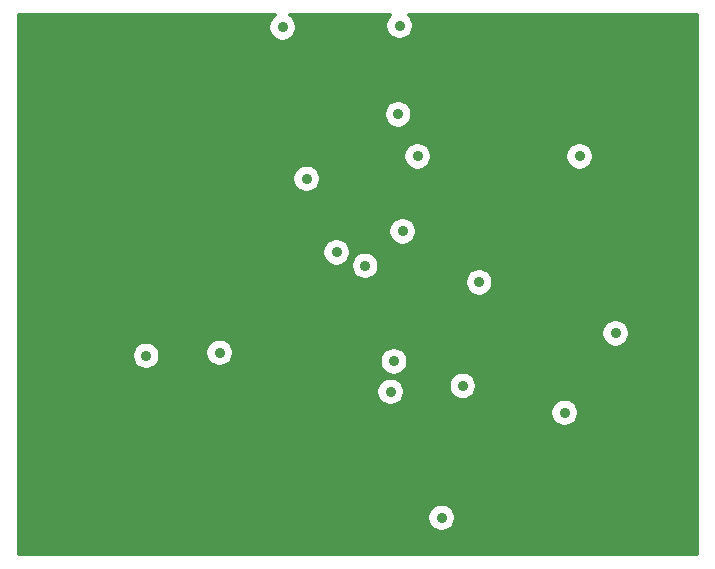
<source format=gbr>
G04 #@! TF.GenerationSoftware,KiCad,Pcbnew,(5.1.2)-2*
G04 #@! TF.CreationDate,2019-08-20T18:16:31+03:00*
G04 #@! TF.ProjectId,atmega328,61746d65-6761-4333-9238-2e6b69636164,rev?*
G04 #@! TF.SameCoordinates,Original*
G04 #@! TF.FileFunction,Copper,L2,Inr*
G04 #@! TF.FilePolarity,Positive*
%FSLAX46Y46*%
G04 Gerber Fmt 4.6, Leading zero omitted, Abs format (unit mm)*
G04 Created by KiCad (PCBNEW (5.1.2)-2) date 2019-08-20 18:16:31*
%MOMM*%
%LPD*%
G04 APERTURE LIST*
%ADD10C,0.900000*%
%ADD11C,0.300000*%
G04 APERTURE END LIST*
D10*
X126238000Y-48006000D03*
X138785499Y-48920501D03*
X148336000Y-47879000D03*
X163793994Y-65568006D03*
X162179000Y-84201000D03*
X127254000Y-69850000D03*
X132588000Y-70612000D03*
X149727000Y-59430000D03*
X148399500Y-69278500D03*
X155321000Y-66421000D03*
X148844000Y-62103000D03*
X138684000Y-44831000D03*
X148590000Y-44704000D03*
X163830000Y-55753000D03*
X166878000Y-70739000D03*
X152146000Y-86360000D03*
X133350000Y-72390000D03*
X127125970Y-72645030D03*
X140716000Y-57658000D03*
X153930000Y-75190000D03*
X148114000Y-73120000D03*
X162560000Y-77470000D03*
X147828000Y-75692000D03*
X145669000Y-65024000D03*
X150114000Y-55753000D03*
X143256000Y-63881000D03*
X148463000Y-52197000D03*
D11*
G36*
X137919045Y-43898899D02*
G01*
X137751899Y-44066045D01*
X137620574Y-44262587D01*
X137530116Y-44480973D01*
X137484000Y-44712810D01*
X137484000Y-44949190D01*
X137530116Y-45181027D01*
X137620574Y-45399413D01*
X137751899Y-45595955D01*
X137919045Y-45763101D01*
X138115587Y-45894426D01*
X138333973Y-45984884D01*
X138565810Y-46031000D01*
X138802190Y-46031000D01*
X139034027Y-45984884D01*
X139252413Y-45894426D01*
X139448955Y-45763101D01*
X139616101Y-45595955D01*
X139747426Y-45399413D01*
X139837884Y-45181027D01*
X139884000Y-44949190D01*
X139884000Y-44712810D01*
X139837884Y-44480973D01*
X139747426Y-44262587D01*
X139616101Y-44066045D01*
X139448955Y-43898899D01*
X139342847Y-43828000D01*
X147768944Y-43828000D01*
X147657899Y-43939045D01*
X147526574Y-44135587D01*
X147436116Y-44353973D01*
X147390000Y-44585810D01*
X147390000Y-44822190D01*
X147436116Y-45054027D01*
X147526574Y-45272413D01*
X147657899Y-45468955D01*
X147825045Y-45636101D01*
X148021587Y-45767426D01*
X148239973Y-45857884D01*
X148471810Y-45904000D01*
X148708190Y-45904000D01*
X148940027Y-45857884D01*
X149158413Y-45767426D01*
X149354955Y-45636101D01*
X149522101Y-45468955D01*
X149653426Y-45272413D01*
X149743884Y-45054027D01*
X149790000Y-44822190D01*
X149790000Y-44585810D01*
X149743884Y-44353973D01*
X149653426Y-44135587D01*
X149522101Y-43939045D01*
X149411056Y-43828000D01*
X173723000Y-43828000D01*
X173723001Y-89395000D01*
X116345000Y-89395000D01*
X116345000Y-86241810D01*
X150946000Y-86241810D01*
X150946000Y-86478190D01*
X150992116Y-86710027D01*
X151082574Y-86928413D01*
X151213899Y-87124955D01*
X151381045Y-87292101D01*
X151577587Y-87423426D01*
X151795973Y-87513884D01*
X152027810Y-87560000D01*
X152264190Y-87560000D01*
X152496027Y-87513884D01*
X152714413Y-87423426D01*
X152910955Y-87292101D01*
X153078101Y-87124955D01*
X153209426Y-86928413D01*
X153299884Y-86710027D01*
X153346000Y-86478190D01*
X153346000Y-86241810D01*
X153299884Y-86009973D01*
X153209426Y-85791587D01*
X153078101Y-85595045D01*
X152910955Y-85427899D01*
X152714413Y-85296574D01*
X152496027Y-85206116D01*
X152264190Y-85160000D01*
X152027810Y-85160000D01*
X151795973Y-85206116D01*
X151577587Y-85296574D01*
X151381045Y-85427899D01*
X151213899Y-85595045D01*
X151082574Y-85791587D01*
X150992116Y-86009973D01*
X150946000Y-86241810D01*
X116345000Y-86241810D01*
X116345000Y-77351810D01*
X161360000Y-77351810D01*
X161360000Y-77588190D01*
X161406116Y-77820027D01*
X161496574Y-78038413D01*
X161627899Y-78234955D01*
X161795045Y-78402101D01*
X161991587Y-78533426D01*
X162209973Y-78623884D01*
X162441810Y-78670000D01*
X162678190Y-78670000D01*
X162910027Y-78623884D01*
X163128413Y-78533426D01*
X163324955Y-78402101D01*
X163492101Y-78234955D01*
X163623426Y-78038413D01*
X163713884Y-77820027D01*
X163760000Y-77588190D01*
X163760000Y-77351810D01*
X163713884Y-77119973D01*
X163623426Y-76901587D01*
X163492101Y-76705045D01*
X163324955Y-76537899D01*
X163128413Y-76406574D01*
X162910027Y-76316116D01*
X162678190Y-76270000D01*
X162441810Y-76270000D01*
X162209973Y-76316116D01*
X161991587Y-76406574D01*
X161795045Y-76537899D01*
X161627899Y-76705045D01*
X161496574Y-76901587D01*
X161406116Y-77119973D01*
X161360000Y-77351810D01*
X116345000Y-77351810D01*
X116345000Y-75573810D01*
X146628000Y-75573810D01*
X146628000Y-75810190D01*
X146674116Y-76042027D01*
X146764574Y-76260413D01*
X146895899Y-76456955D01*
X147063045Y-76624101D01*
X147259587Y-76755426D01*
X147477973Y-76845884D01*
X147709810Y-76892000D01*
X147946190Y-76892000D01*
X148178027Y-76845884D01*
X148396413Y-76755426D01*
X148592955Y-76624101D01*
X148760101Y-76456955D01*
X148891426Y-76260413D01*
X148981884Y-76042027D01*
X149028000Y-75810190D01*
X149028000Y-75573810D01*
X148981884Y-75341973D01*
X148891426Y-75123587D01*
X148856830Y-75071810D01*
X152730000Y-75071810D01*
X152730000Y-75308190D01*
X152776116Y-75540027D01*
X152866574Y-75758413D01*
X152997899Y-75954955D01*
X153165045Y-76122101D01*
X153361587Y-76253426D01*
X153579973Y-76343884D01*
X153811810Y-76390000D01*
X154048190Y-76390000D01*
X154280027Y-76343884D01*
X154498413Y-76253426D01*
X154694955Y-76122101D01*
X154862101Y-75954955D01*
X154993426Y-75758413D01*
X155083884Y-75540027D01*
X155130000Y-75308190D01*
X155130000Y-75071810D01*
X155083884Y-74839973D01*
X154993426Y-74621587D01*
X154862101Y-74425045D01*
X154694955Y-74257899D01*
X154498413Y-74126574D01*
X154280027Y-74036116D01*
X154048190Y-73990000D01*
X153811810Y-73990000D01*
X153579973Y-74036116D01*
X153361587Y-74126574D01*
X153165045Y-74257899D01*
X152997899Y-74425045D01*
X152866574Y-74621587D01*
X152776116Y-74839973D01*
X152730000Y-75071810D01*
X148856830Y-75071810D01*
X148760101Y-74927045D01*
X148592955Y-74759899D01*
X148396413Y-74628574D01*
X148178027Y-74538116D01*
X147946190Y-74492000D01*
X147709810Y-74492000D01*
X147477973Y-74538116D01*
X147259587Y-74628574D01*
X147063045Y-74759899D01*
X146895899Y-74927045D01*
X146764574Y-75123587D01*
X146674116Y-75341973D01*
X146628000Y-75573810D01*
X116345000Y-75573810D01*
X116345000Y-72526840D01*
X125925970Y-72526840D01*
X125925970Y-72763220D01*
X125972086Y-72995057D01*
X126062544Y-73213443D01*
X126193869Y-73409985D01*
X126361015Y-73577131D01*
X126557557Y-73708456D01*
X126775943Y-73798914D01*
X127007780Y-73845030D01*
X127244160Y-73845030D01*
X127475997Y-73798914D01*
X127694383Y-73708456D01*
X127890925Y-73577131D01*
X128058071Y-73409985D01*
X128189396Y-73213443D01*
X128279854Y-72995057D01*
X128325970Y-72763220D01*
X128325970Y-72526840D01*
X128279854Y-72295003D01*
X128270248Y-72271810D01*
X132150000Y-72271810D01*
X132150000Y-72508190D01*
X132196116Y-72740027D01*
X132286574Y-72958413D01*
X132417899Y-73154955D01*
X132585045Y-73322101D01*
X132781587Y-73453426D01*
X132999973Y-73543884D01*
X133231810Y-73590000D01*
X133468190Y-73590000D01*
X133700027Y-73543884D01*
X133918413Y-73453426D01*
X134114955Y-73322101D01*
X134282101Y-73154955D01*
X134384429Y-73001810D01*
X146914000Y-73001810D01*
X146914000Y-73238190D01*
X146960116Y-73470027D01*
X147050574Y-73688413D01*
X147181899Y-73884955D01*
X147349045Y-74052101D01*
X147545587Y-74183426D01*
X147763973Y-74273884D01*
X147995810Y-74320000D01*
X148232190Y-74320000D01*
X148464027Y-74273884D01*
X148682413Y-74183426D01*
X148878955Y-74052101D01*
X149046101Y-73884955D01*
X149177426Y-73688413D01*
X149267884Y-73470027D01*
X149314000Y-73238190D01*
X149314000Y-73001810D01*
X149267884Y-72769973D01*
X149177426Y-72551587D01*
X149046101Y-72355045D01*
X148878955Y-72187899D01*
X148682413Y-72056574D01*
X148464027Y-71966116D01*
X148232190Y-71920000D01*
X147995810Y-71920000D01*
X147763973Y-71966116D01*
X147545587Y-72056574D01*
X147349045Y-72187899D01*
X147181899Y-72355045D01*
X147050574Y-72551587D01*
X146960116Y-72769973D01*
X146914000Y-73001810D01*
X134384429Y-73001810D01*
X134413426Y-72958413D01*
X134503884Y-72740027D01*
X134550000Y-72508190D01*
X134550000Y-72271810D01*
X134503884Y-72039973D01*
X134413426Y-71821587D01*
X134282101Y-71625045D01*
X134114955Y-71457899D01*
X133918413Y-71326574D01*
X133700027Y-71236116D01*
X133468190Y-71190000D01*
X133231810Y-71190000D01*
X132999973Y-71236116D01*
X132781587Y-71326574D01*
X132585045Y-71457899D01*
X132417899Y-71625045D01*
X132286574Y-71821587D01*
X132196116Y-72039973D01*
X132150000Y-72271810D01*
X128270248Y-72271810D01*
X128189396Y-72076617D01*
X128058071Y-71880075D01*
X127890925Y-71712929D01*
X127694383Y-71581604D01*
X127475997Y-71491146D01*
X127244160Y-71445030D01*
X127007780Y-71445030D01*
X126775943Y-71491146D01*
X126557557Y-71581604D01*
X126361015Y-71712929D01*
X126193869Y-71880075D01*
X126062544Y-72076617D01*
X125972086Y-72295003D01*
X125925970Y-72526840D01*
X116345000Y-72526840D01*
X116345000Y-70620810D01*
X165678000Y-70620810D01*
X165678000Y-70857190D01*
X165724116Y-71089027D01*
X165814574Y-71307413D01*
X165945899Y-71503955D01*
X166113045Y-71671101D01*
X166309587Y-71802426D01*
X166527973Y-71892884D01*
X166759810Y-71939000D01*
X166996190Y-71939000D01*
X167228027Y-71892884D01*
X167446413Y-71802426D01*
X167642955Y-71671101D01*
X167810101Y-71503955D01*
X167941426Y-71307413D01*
X168031884Y-71089027D01*
X168078000Y-70857190D01*
X168078000Y-70620810D01*
X168031884Y-70388973D01*
X167941426Y-70170587D01*
X167810101Y-69974045D01*
X167642955Y-69806899D01*
X167446413Y-69675574D01*
X167228027Y-69585116D01*
X166996190Y-69539000D01*
X166759810Y-69539000D01*
X166527973Y-69585116D01*
X166309587Y-69675574D01*
X166113045Y-69806899D01*
X165945899Y-69974045D01*
X165814574Y-70170587D01*
X165724116Y-70388973D01*
X165678000Y-70620810D01*
X116345000Y-70620810D01*
X116345000Y-66302810D01*
X154121000Y-66302810D01*
X154121000Y-66539190D01*
X154167116Y-66771027D01*
X154257574Y-66989413D01*
X154388899Y-67185955D01*
X154556045Y-67353101D01*
X154752587Y-67484426D01*
X154970973Y-67574884D01*
X155202810Y-67621000D01*
X155439190Y-67621000D01*
X155671027Y-67574884D01*
X155889413Y-67484426D01*
X156085955Y-67353101D01*
X156253101Y-67185955D01*
X156384426Y-66989413D01*
X156474884Y-66771027D01*
X156521000Y-66539190D01*
X156521000Y-66302810D01*
X156474884Y-66070973D01*
X156384426Y-65852587D01*
X156253101Y-65656045D01*
X156085955Y-65488899D01*
X155889413Y-65357574D01*
X155671027Y-65267116D01*
X155439190Y-65221000D01*
X155202810Y-65221000D01*
X154970973Y-65267116D01*
X154752587Y-65357574D01*
X154556045Y-65488899D01*
X154388899Y-65656045D01*
X154257574Y-65852587D01*
X154167116Y-66070973D01*
X154121000Y-66302810D01*
X116345000Y-66302810D01*
X116345000Y-63762810D01*
X142056000Y-63762810D01*
X142056000Y-63999190D01*
X142102116Y-64231027D01*
X142192574Y-64449413D01*
X142323899Y-64645955D01*
X142491045Y-64813101D01*
X142687587Y-64944426D01*
X142905973Y-65034884D01*
X143137810Y-65081000D01*
X143374190Y-65081000D01*
X143606027Y-65034884D01*
X143824413Y-64944426D01*
X143882206Y-64905810D01*
X144469000Y-64905810D01*
X144469000Y-65142190D01*
X144515116Y-65374027D01*
X144605574Y-65592413D01*
X144736899Y-65788955D01*
X144904045Y-65956101D01*
X145100587Y-66087426D01*
X145318973Y-66177884D01*
X145550810Y-66224000D01*
X145787190Y-66224000D01*
X146019027Y-66177884D01*
X146237413Y-66087426D01*
X146433955Y-65956101D01*
X146601101Y-65788955D01*
X146732426Y-65592413D01*
X146822884Y-65374027D01*
X146869000Y-65142190D01*
X146869000Y-64905810D01*
X146822884Y-64673973D01*
X146732426Y-64455587D01*
X146601101Y-64259045D01*
X146433955Y-64091899D01*
X146237413Y-63960574D01*
X146019027Y-63870116D01*
X145787190Y-63824000D01*
X145550810Y-63824000D01*
X145318973Y-63870116D01*
X145100587Y-63960574D01*
X144904045Y-64091899D01*
X144736899Y-64259045D01*
X144605574Y-64455587D01*
X144515116Y-64673973D01*
X144469000Y-64905810D01*
X143882206Y-64905810D01*
X144020955Y-64813101D01*
X144188101Y-64645955D01*
X144319426Y-64449413D01*
X144409884Y-64231027D01*
X144456000Y-63999190D01*
X144456000Y-63762810D01*
X144409884Y-63530973D01*
X144319426Y-63312587D01*
X144188101Y-63116045D01*
X144020955Y-62948899D01*
X143824413Y-62817574D01*
X143606027Y-62727116D01*
X143374190Y-62681000D01*
X143137810Y-62681000D01*
X142905973Y-62727116D01*
X142687587Y-62817574D01*
X142491045Y-62948899D01*
X142323899Y-63116045D01*
X142192574Y-63312587D01*
X142102116Y-63530973D01*
X142056000Y-63762810D01*
X116345000Y-63762810D01*
X116345000Y-61984810D01*
X147644000Y-61984810D01*
X147644000Y-62221190D01*
X147690116Y-62453027D01*
X147780574Y-62671413D01*
X147911899Y-62867955D01*
X148079045Y-63035101D01*
X148275587Y-63166426D01*
X148493973Y-63256884D01*
X148725810Y-63303000D01*
X148962190Y-63303000D01*
X149194027Y-63256884D01*
X149412413Y-63166426D01*
X149608955Y-63035101D01*
X149776101Y-62867955D01*
X149907426Y-62671413D01*
X149997884Y-62453027D01*
X150044000Y-62221190D01*
X150044000Y-61984810D01*
X149997884Y-61752973D01*
X149907426Y-61534587D01*
X149776101Y-61338045D01*
X149608955Y-61170899D01*
X149412413Y-61039574D01*
X149194027Y-60949116D01*
X148962190Y-60903000D01*
X148725810Y-60903000D01*
X148493973Y-60949116D01*
X148275587Y-61039574D01*
X148079045Y-61170899D01*
X147911899Y-61338045D01*
X147780574Y-61534587D01*
X147690116Y-61752973D01*
X147644000Y-61984810D01*
X116345000Y-61984810D01*
X116345000Y-57539810D01*
X139516000Y-57539810D01*
X139516000Y-57776190D01*
X139562116Y-58008027D01*
X139652574Y-58226413D01*
X139783899Y-58422955D01*
X139951045Y-58590101D01*
X140147587Y-58721426D01*
X140365973Y-58811884D01*
X140597810Y-58858000D01*
X140834190Y-58858000D01*
X141066027Y-58811884D01*
X141284413Y-58721426D01*
X141480955Y-58590101D01*
X141648101Y-58422955D01*
X141779426Y-58226413D01*
X141869884Y-58008027D01*
X141916000Y-57776190D01*
X141916000Y-57539810D01*
X141869884Y-57307973D01*
X141779426Y-57089587D01*
X141648101Y-56893045D01*
X141480955Y-56725899D01*
X141284413Y-56594574D01*
X141066027Y-56504116D01*
X140834190Y-56458000D01*
X140597810Y-56458000D01*
X140365973Y-56504116D01*
X140147587Y-56594574D01*
X139951045Y-56725899D01*
X139783899Y-56893045D01*
X139652574Y-57089587D01*
X139562116Y-57307973D01*
X139516000Y-57539810D01*
X116345000Y-57539810D01*
X116345000Y-55634810D01*
X148914000Y-55634810D01*
X148914000Y-55871190D01*
X148960116Y-56103027D01*
X149050574Y-56321413D01*
X149181899Y-56517955D01*
X149349045Y-56685101D01*
X149545587Y-56816426D01*
X149763973Y-56906884D01*
X149995810Y-56953000D01*
X150232190Y-56953000D01*
X150464027Y-56906884D01*
X150682413Y-56816426D01*
X150878955Y-56685101D01*
X151046101Y-56517955D01*
X151177426Y-56321413D01*
X151267884Y-56103027D01*
X151314000Y-55871190D01*
X151314000Y-55634810D01*
X162630000Y-55634810D01*
X162630000Y-55871190D01*
X162676116Y-56103027D01*
X162766574Y-56321413D01*
X162897899Y-56517955D01*
X163065045Y-56685101D01*
X163261587Y-56816426D01*
X163479973Y-56906884D01*
X163711810Y-56953000D01*
X163948190Y-56953000D01*
X164180027Y-56906884D01*
X164398413Y-56816426D01*
X164594955Y-56685101D01*
X164762101Y-56517955D01*
X164893426Y-56321413D01*
X164983884Y-56103027D01*
X165030000Y-55871190D01*
X165030000Y-55634810D01*
X164983884Y-55402973D01*
X164893426Y-55184587D01*
X164762101Y-54988045D01*
X164594955Y-54820899D01*
X164398413Y-54689574D01*
X164180027Y-54599116D01*
X163948190Y-54553000D01*
X163711810Y-54553000D01*
X163479973Y-54599116D01*
X163261587Y-54689574D01*
X163065045Y-54820899D01*
X162897899Y-54988045D01*
X162766574Y-55184587D01*
X162676116Y-55402973D01*
X162630000Y-55634810D01*
X151314000Y-55634810D01*
X151267884Y-55402973D01*
X151177426Y-55184587D01*
X151046101Y-54988045D01*
X150878955Y-54820899D01*
X150682413Y-54689574D01*
X150464027Y-54599116D01*
X150232190Y-54553000D01*
X149995810Y-54553000D01*
X149763973Y-54599116D01*
X149545587Y-54689574D01*
X149349045Y-54820899D01*
X149181899Y-54988045D01*
X149050574Y-55184587D01*
X148960116Y-55402973D01*
X148914000Y-55634810D01*
X116345000Y-55634810D01*
X116345000Y-52078810D01*
X147263000Y-52078810D01*
X147263000Y-52315190D01*
X147309116Y-52547027D01*
X147399574Y-52765413D01*
X147530899Y-52961955D01*
X147698045Y-53129101D01*
X147894587Y-53260426D01*
X148112973Y-53350884D01*
X148344810Y-53397000D01*
X148581190Y-53397000D01*
X148813027Y-53350884D01*
X149031413Y-53260426D01*
X149227955Y-53129101D01*
X149395101Y-52961955D01*
X149526426Y-52765413D01*
X149616884Y-52547027D01*
X149663000Y-52315190D01*
X149663000Y-52078810D01*
X149616884Y-51846973D01*
X149526426Y-51628587D01*
X149395101Y-51432045D01*
X149227955Y-51264899D01*
X149031413Y-51133574D01*
X148813027Y-51043116D01*
X148581190Y-50997000D01*
X148344810Y-50997000D01*
X148112973Y-51043116D01*
X147894587Y-51133574D01*
X147698045Y-51264899D01*
X147530899Y-51432045D01*
X147399574Y-51628587D01*
X147309116Y-51846973D01*
X147263000Y-52078810D01*
X116345000Y-52078810D01*
X116345000Y-43828000D01*
X138025153Y-43828000D01*
X137919045Y-43898899D01*
X137919045Y-43898899D01*
G37*
X137919045Y-43898899D02*
X137751899Y-44066045D01*
X137620574Y-44262587D01*
X137530116Y-44480973D01*
X137484000Y-44712810D01*
X137484000Y-44949190D01*
X137530116Y-45181027D01*
X137620574Y-45399413D01*
X137751899Y-45595955D01*
X137919045Y-45763101D01*
X138115587Y-45894426D01*
X138333973Y-45984884D01*
X138565810Y-46031000D01*
X138802190Y-46031000D01*
X139034027Y-45984884D01*
X139252413Y-45894426D01*
X139448955Y-45763101D01*
X139616101Y-45595955D01*
X139747426Y-45399413D01*
X139837884Y-45181027D01*
X139884000Y-44949190D01*
X139884000Y-44712810D01*
X139837884Y-44480973D01*
X139747426Y-44262587D01*
X139616101Y-44066045D01*
X139448955Y-43898899D01*
X139342847Y-43828000D01*
X147768944Y-43828000D01*
X147657899Y-43939045D01*
X147526574Y-44135587D01*
X147436116Y-44353973D01*
X147390000Y-44585810D01*
X147390000Y-44822190D01*
X147436116Y-45054027D01*
X147526574Y-45272413D01*
X147657899Y-45468955D01*
X147825045Y-45636101D01*
X148021587Y-45767426D01*
X148239973Y-45857884D01*
X148471810Y-45904000D01*
X148708190Y-45904000D01*
X148940027Y-45857884D01*
X149158413Y-45767426D01*
X149354955Y-45636101D01*
X149522101Y-45468955D01*
X149653426Y-45272413D01*
X149743884Y-45054027D01*
X149790000Y-44822190D01*
X149790000Y-44585810D01*
X149743884Y-44353973D01*
X149653426Y-44135587D01*
X149522101Y-43939045D01*
X149411056Y-43828000D01*
X173723000Y-43828000D01*
X173723001Y-89395000D01*
X116345000Y-89395000D01*
X116345000Y-86241810D01*
X150946000Y-86241810D01*
X150946000Y-86478190D01*
X150992116Y-86710027D01*
X151082574Y-86928413D01*
X151213899Y-87124955D01*
X151381045Y-87292101D01*
X151577587Y-87423426D01*
X151795973Y-87513884D01*
X152027810Y-87560000D01*
X152264190Y-87560000D01*
X152496027Y-87513884D01*
X152714413Y-87423426D01*
X152910955Y-87292101D01*
X153078101Y-87124955D01*
X153209426Y-86928413D01*
X153299884Y-86710027D01*
X153346000Y-86478190D01*
X153346000Y-86241810D01*
X153299884Y-86009973D01*
X153209426Y-85791587D01*
X153078101Y-85595045D01*
X152910955Y-85427899D01*
X152714413Y-85296574D01*
X152496027Y-85206116D01*
X152264190Y-85160000D01*
X152027810Y-85160000D01*
X151795973Y-85206116D01*
X151577587Y-85296574D01*
X151381045Y-85427899D01*
X151213899Y-85595045D01*
X151082574Y-85791587D01*
X150992116Y-86009973D01*
X150946000Y-86241810D01*
X116345000Y-86241810D01*
X116345000Y-77351810D01*
X161360000Y-77351810D01*
X161360000Y-77588190D01*
X161406116Y-77820027D01*
X161496574Y-78038413D01*
X161627899Y-78234955D01*
X161795045Y-78402101D01*
X161991587Y-78533426D01*
X162209973Y-78623884D01*
X162441810Y-78670000D01*
X162678190Y-78670000D01*
X162910027Y-78623884D01*
X163128413Y-78533426D01*
X163324955Y-78402101D01*
X163492101Y-78234955D01*
X163623426Y-78038413D01*
X163713884Y-77820027D01*
X163760000Y-77588190D01*
X163760000Y-77351810D01*
X163713884Y-77119973D01*
X163623426Y-76901587D01*
X163492101Y-76705045D01*
X163324955Y-76537899D01*
X163128413Y-76406574D01*
X162910027Y-76316116D01*
X162678190Y-76270000D01*
X162441810Y-76270000D01*
X162209973Y-76316116D01*
X161991587Y-76406574D01*
X161795045Y-76537899D01*
X161627899Y-76705045D01*
X161496574Y-76901587D01*
X161406116Y-77119973D01*
X161360000Y-77351810D01*
X116345000Y-77351810D01*
X116345000Y-75573810D01*
X146628000Y-75573810D01*
X146628000Y-75810190D01*
X146674116Y-76042027D01*
X146764574Y-76260413D01*
X146895899Y-76456955D01*
X147063045Y-76624101D01*
X147259587Y-76755426D01*
X147477973Y-76845884D01*
X147709810Y-76892000D01*
X147946190Y-76892000D01*
X148178027Y-76845884D01*
X148396413Y-76755426D01*
X148592955Y-76624101D01*
X148760101Y-76456955D01*
X148891426Y-76260413D01*
X148981884Y-76042027D01*
X149028000Y-75810190D01*
X149028000Y-75573810D01*
X148981884Y-75341973D01*
X148891426Y-75123587D01*
X148856830Y-75071810D01*
X152730000Y-75071810D01*
X152730000Y-75308190D01*
X152776116Y-75540027D01*
X152866574Y-75758413D01*
X152997899Y-75954955D01*
X153165045Y-76122101D01*
X153361587Y-76253426D01*
X153579973Y-76343884D01*
X153811810Y-76390000D01*
X154048190Y-76390000D01*
X154280027Y-76343884D01*
X154498413Y-76253426D01*
X154694955Y-76122101D01*
X154862101Y-75954955D01*
X154993426Y-75758413D01*
X155083884Y-75540027D01*
X155130000Y-75308190D01*
X155130000Y-75071810D01*
X155083884Y-74839973D01*
X154993426Y-74621587D01*
X154862101Y-74425045D01*
X154694955Y-74257899D01*
X154498413Y-74126574D01*
X154280027Y-74036116D01*
X154048190Y-73990000D01*
X153811810Y-73990000D01*
X153579973Y-74036116D01*
X153361587Y-74126574D01*
X153165045Y-74257899D01*
X152997899Y-74425045D01*
X152866574Y-74621587D01*
X152776116Y-74839973D01*
X152730000Y-75071810D01*
X148856830Y-75071810D01*
X148760101Y-74927045D01*
X148592955Y-74759899D01*
X148396413Y-74628574D01*
X148178027Y-74538116D01*
X147946190Y-74492000D01*
X147709810Y-74492000D01*
X147477973Y-74538116D01*
X147259587Y-74628574D01*
X147063045Y-74759899D01*
X146895899Y-74927045D01*
X146764574Y-75123587D01*
X146674116Y-75341973D01*
X146628000Y-75573810D01*
X116345000Y-75573810D01*
X116345000Y-72526840D01*
X125925970Y-72526840D01*
X125925970Y-72763220D01*
X125972086Y-72995057D01*
X126062544Y-73213443D01*
X126193869Y-73409985D01*
X126361015Y-73577131D01*
X126557557Y-73708456D01*
X126775943Y-73798914D01*
X127007780Y-73845030D01*
X127244160Y-73845030D01*
X127475997Y-73798914D01*
X127694383Y-73708456D01*
X127890925Y-73577131D01*
X128058071Y-73409985D01*
X128189396Y-73213443D01*
X128279854Y-72995057D01*
X128325970Y-72763220D01*
X128325970Y-72526840D01*
X128279854Y-72295003D01*
X128270248Y-72271810D01*
X132150000Y-72271810D01*
X132150000Y-72508190D01*
X132196116Y-72740027D01*
X132286574Y-72958413D01*
X132417899Y-73154955D01*
X132585045Y-73322101D01*
X132781587Y-73453426D01*
X132999973Y-73543884D01*
X133231810Y-73590000D01*
X133468190Y-73590000D01*
X133700027Y-73543884D01*
X133918413Y-73453426D01*
X134114955Y-73322101D01*
X134282101Y-73154955D01*
X134384429Y-73001810D01*
X146914000Y-73001810D01*
X146914000Y-73238190D01*
X146960116Y-73470027D01*
X147050574Y-73688413D01*
X147181899Y-73884955D01*
X147349045Y-74052101D01*
X147545587Y-74183426D01*
X147763973Y-74273884D01*
X147995810Y-74320000D01*
X148232190Y-74320000D01*
X148464027Y-74273884D01*
X148682413Y-74183426D01*
X148878955Y-74052101D01*
X149046101Y-73884955D01*
X149177426Y-73688413D01*
X149267884Y-73470027D01*
X149314000Y-73238190D01*
X149314000Y-73001810D01*
X149267884Y-72769973D01*
X149177426Y-72551587D01*
X149046101Y-72355045D01*
X148878955Y-72187899D01*
X148682413Y-72056574D01*
X148464027Y-71966116D01*
X148232190Y-71920000D01*
X147995810Y-71920000D01*
X147763973Y-71966116D01*
X147545587Y-72056574D01*
X147349045Y-72187899D01*
X147181899Y-72355045D01*
X147050574Y-72551587D01*
X146960116Y-72769973D01*
X146914000Y-73001810D01*
X134384429Y-73001810D01*
X134413426Y-72958413D01*
X134503884Y-72740027D01*
X134550000Y-72508190D01*
X134550000Y-72271810D01*
X134503884Y-72039973D01*
X134413426Y-71821587D01*
X134282101Y-71625045D01*
X134114955Y-71457899D01*
X133918413Y-71326574D01*
X133700027Y-71236116D01*
X133468190Y-71190000D01*
X133231810Y-71190000D01*
X132999973Y-71236116D01*
X132781587Y-71326574D01*
X132585045Y-71457899D01*
X132417899Y-71625045D01*
X132286574Y-71821587D01*
X132196116Y-72039973D01*
X132150000Y-72271810D01*
X128270248Y-72271810D01*
X128189396Y-72076617D01*
X128058071Y-71880075D01*
X127890925Y-71712929D01*
X127694383Y-71581604D01*
X127475997Y-71491146D01*
X127244160Y-71445030D01*
X127007780Y-71445030D01*
X126775943Y-71491146D01*
X126557557Y-71581604D01*
X126361015Y-71712929D01*
X126193869Y-71880075D01*
X126062544Y-72076617D01*
X125972086Y-72295003D01*
X125925970Y-72526840D01*
X116345000Y-72526840D01*
X116345000Y-70620810D01*
X165678000Y-70620810D01*
X165678000Y-70857190D01*
X165724116Y-71089027D01*
X165814574Y-71307413D01*
X165945899Y-71503955D01*
X166113045Y-71671101D01*
X166309587Y-71802426D01*
X166527973Y-71892884D01*
X166759810Y-71939000D01*
X166996190Y-71939000D01*
X167228027Y-71892884D01*
X167446413Y-71802426D01*
X167642955Y-71671101D01*
X167810101Y-71503955D01*
X167941426Y-71307413D01*
X168031884Y-71089027D01*
X168078000Y-70857190D01*
X168078000Y-70620810D01*
X168031884Y-70388973D01*
X167941426Y-70170587D01*
X167810101Y-69974045D01*
X167642955Y-69806899D01*
X167446413Y-69675574D01*
X167228027Y-69585116D01*
X166996190Y-69539000D01*
X166759810Y-69539000D01*
X166527973Y-69585116D01*
X166309587Y-69675574D01*
X166113045Y-69806899D01*
X165945899Y-69974045D01*
X165814574Y-70170587D01*
X165724116Y-70388973D01*
X165678000Y-70620810D01*
X116345000Y-70620810D01*
X116345000Y-66302810D01*
X154121000Y-66302810D01*
X154121000Y-66539190D01*
X154167116Y-66771027D01*
X154257574Y-66989413D01*
X154388899Y-67185955D01*
X154556045Y-67353101D01*
X154752587Y-67484426D01*
X154970973Y-67574884D01*
X155202810Y-67621000D01*
X155439190Y-67621000D01*
X155671027Y-67574884D01*
X155889413Y-67484426D01*
X156085955Y-67353101D01*
X156253101Y-67185955D01*
X156384426Y-66989413D01*
X156474884Y-66771027D01*
X156521000Y-66539190D01*
X156521000Y-66302810D01*
X156474884Y-66070973D01*
X156384426Y-65852587D01*
X156253101Y-65656045D01*
X156085955Y-65488899D01*
X155889413Y-65357574D01*
X155671027Y-65267116D01*
X155439190Y-65221000D01*
X155202810Y-65221000D01*
X154970973Y-65267116D01*
X154752587Y-65357574D01*
X154556045Y-65488899D01*
X154388899Y-65656045D01*
X154257574Y-65852587D01*
X154167116Y-66070973D01*
X154121000Y-66302810D01*
X116345000Y-66302810D01*
X116345000Y-63762810D01*
X142056000Y-63762810D01*
X142056000Y-63999190D01*
X142102116Y-64231027D01*
X142192574Y-64449413D01*
X142323899Y-64645955D01*
X142491045Y-64813101D01*
X142687587Y-64944426D01*
X142905973Y-65034884D01*
X143137810Y-65081000D01*
X143374190Y-65081000D01*
X143606027Y-65034884D01*
X143824413Y-64944426D01*
X143882206Y-64905810D01*
X144469000Y-64905810D01*
X144469000Y-65142190D01*
X144515116Y-65374027D01*
X144605574Y-65592413D01*
X144736899Y-65788955D01*
X144904045Y-65956101D01*
X145100587Y-66087426D01*
X145318973Y-66177884D01*
X145550810Y-66224000D01*
X145787190Y-66224000D01*
X146019027Y-66177884D01*
X146237413Y-66087426D01*
X146433955Y-65956101D01*
X146601101Y-65788955D01*
X146732426Y-65592413D01*
X146822884Y-65374027D01*
X146869000Y-65142190D01*
X146869000Y-64905810D01*
X146822884Y-64673973D01*
X146732426Y-64455587D01*
X146601101Y-64259045D01*
X146433955Y-64091899D01*
X146237413Y-63960574D01*
X146019027Y-63870116D01*
X145787190Y-63824000D01*
X145550810Y-63824000D01*
X145318973Y-63870116D01*
X145100587Y-63960574D01*
X144904045Y-64091899D01*
X144736899Y-64259045D01*
X144605574Y-64455587D01*
X144515116Y-64673973D01*
X144469000Y-64905810D01*
X143882206Y-64905810D01*
X144020955Y-64813101D01*
X144188101Y-64645955D01*
X144319426Y-64449413D01*
X144409884Y-64231027D01*
X144456000Y-63999190D01*
X144456000Y-63762810D01*
X144409884Y-63530973D01*
X144319426Y-63312587D01*
X144188101Y-63116045D01*
X144020955Y-62948899D01*
X143824413Y-62817574D01*
X143606027Y-62727116D01*
X143374190Y-62681000D01*
X143137810Y-62681000D01*
X142905973Y-62727116D01*
X142687587Y-62817574D01*
X142491045Y-62948899D01*
X142323899Y-63116045D01*
X142192574Y-63312587D01*
X142102116Y-63530973D01*
X142056000Y-63762810D01*
X116345000Y-63762810D01*
X116345000Y-61984810D01*
X147644000Y-61984810D01*
X147644000Y-62221190D01*
X147690116Y-62453027D01*
X147780574Y-62671413D01*
X147911899Y-62867955D01*
X148079045Y-63035101D01*
X148275587Y-63166426D01*
X148493973Y-63256884D01*
X148725810Y-63303000D01*
X148962190Y-63303000D01*
X149194027Y-63256884D01*
X149412413Y-63166426D01*
X149608955Y-63035101D01*
X149776101Y-62867955D01*
X149907426Y-62671413D01*
X149997884Y-62453027D01*
X150044000Y-62221190D01*
X150044000Y-61984810D01*
X149997884Y-61752973D01*
X149907426Y-61534587D01*
X149776101Y-61338045D01*
X149608955Y-61170899D01*
X149412413Y-61039574D01*
X149194027Y-60949116D01*
X148962190Y-60903000D01*
X148725810Y-60903000D01*
X148493973Y-60949116D01*
X148275587Y-61039574D01*
X148079045Y-61170899D01*
X147911899Y-61338045D01*
X147780574Y-61534587D01*
X147690116Y-61752973D01*
X147644000Y-61984810D01*
X116345000Y-61984810D01*
X116345000Y-57539810D01*
X139516000Y-57539810D01*
X139516000Y-57776190D01*
X139562116Y-58008027D01*
X139652574Y-58226413D01*
X139783899Y-58422955D01*
X139951045Y-58590101D01*
X140147587Y-58721426D01*
X140365973Y-58811884D01*
X140597810Y-58858000D01*
X140834190Y-58858000D01*
X141066027Y-58811884D01*
X141284413Y-58721426D01*
X141480955Y-58590101D01*
X141648101Y-58422955D01*
X141779426Y-58226413D01*
X141869884Y-58008027D01*
X141916000Y-57776190D01*
X141916000Y-57539810D01*
X141869884Y-57307973D01*
X141779426Y-57089587D01*
X141648101Y-56893045D01*
X141480955Y-56725899D01*
X141284413Y-56594574D01*
X141066027Y-56504116D01*
X140834190Y-56458000D01*
X140597810Y-56458000D01*
X140365973Y-56504116D01*
X140147587Y-56594574D01*
X139951045Y-56725899D01*
X139783899Y-56893045D01*
X139652574Y-57089587D01*
X139562116Y-57307973D01*
X139516000Y-57539810D01*
X116345000Y-57539810D01*
X116345000Y-55634810D01*
X148914000Y-55634810D01*
X148914000Y-55871190D01*
X148960116Y-56103027D01*
X149050574Y-56321413D01*
X149181899Y-56517955D01*
X149349045Y-56685101D01*
X149545587Y-56816426D01*
X149763973Y-56906884D01*
X149995810Y-56953000D01*
X150232190Y-56953000D01*
X150464027Y-56906884D01*
X150682413Y-56816426D01*
X150878955Y-56685101D01*
X151046101Y-56517955D01*
X151177426Y-56321413D01*
X151267884Y-56103027D01*
X151314000Y-55871190D01*
X151314000Y-55634810D01*
X162630000Y-55634810D01*
X162630000Y-55871190D01*
X162676116Y-56103027D01*
X162766574Y-56321413D01*
X162897899Y-56517955D01*
X163065045Y-56685101D01*
X163261587Y-56816426D01*
X163479973Y-56906884D01*
X163711810Y-56953000D01*
X163948190Y-56953000D01*
X164180027Y-56906884D01*
X164398413Y-56816426D01*
X164594955Y-56685101D01*
X164762101Y-56517955D01*
X164893426Y-56321413D01*
X164983884Y-56103027D01*
X165030000Y-55871190D01*
X165030000Y-55634810D01*
X164983884Y-55402973D01*
X164893426Y-55184587D01*
X164762101Y-54988045D01*
X164594955Y-54820899D01*
X164398413Y-54689574D01*
X164180027Y-54599116D01*
X163948190Y-54553000D01*
X163711810Y-54553000D01*
X163479973Y-54599116D01*
X163261587Y-54689574D01*
X163065045Y-54820899D01*
X162897899Y-54988045D01*
X162766574Y-55184587D01*
X162676116Y-55402973D01*
X162630000Y-55634810D01*
X151314000Y-55634810D01*
X151267884Y-55402973D01*
X151177426Y-55184587D01*
X151046101Y-54988045D01*
X150878955Y-54820899D01*
X150682413Y-54689574D01*
X150464027Y-54599116D01*
X150232190Y-54553000D01*
X149995810Y-54553000D01*
X149763973Y-54599116D01*
X149545587Y-54689574D01*
X149349045Y-54820899D01*
X149181899Y-54988045D01*
X149050574Y-55184587D01*
X148960116Y-55402973D01*
X148914000Y-55634810D01*
X116345000Y-55634810D01*
X116345000Y-52078810D01*
X147263000Y-52078810D01*
X147263000Y-52315190D01*
X147309116Y-52547027D01*
X147399574Y-52765413D01*
X147530899Y-52961955D01*
X147698045Y-53129101D01*
X147894587Y-53260426D01*
X148112973Y-53350884D01*
X148344810Y-53397000D01*
X148581190Y-53397000D01*
X148813027Y-53350884D01*
X149031413Y-53260426D01*
X149227955Y-53129101D01*
X149395101Y-52961955D01*
X149526426Y-52765413D01*
X149616884Y-52547027D01*
X149663000Y-52315190D01*
X149663000Y-52078810D01*
X149616884Y-51846973D01*
X149526426Y-51628587D01*
X149395101Y-51432045D01*
X149227955Y-51264899D01*
X149031413Y-51133574D01*
X148813027Y-51043116D01*
X148581190Y-50997000D01*
X148344810Y-50997000D01*
X148112973Y-51043116D01*
X147894587Y-51133574D01*
X147698045Y-51264899D01*
X147530899Y-51432045D01*
X147399574Y-51628587D01*
X147309116Y-51846973D01*
X147263000Y-52078810D01*
X116345000Y-52078810D01*
X116345000Y-43828000D01*
X138025153Y-43828000D01*
X137919045Y-43898899D01*
M02*

</source>
